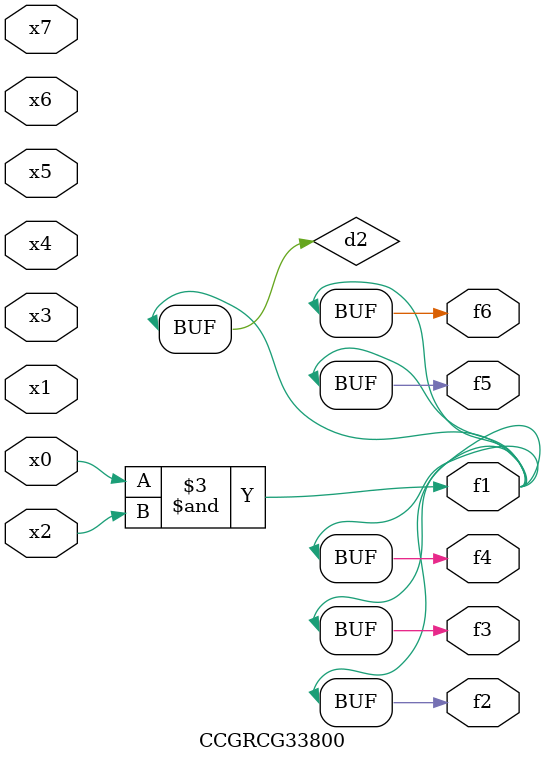
<source format=v>
module CCGRCG33800(
	input x0, x1, x2, x3, x4, x5, x6, x7,
	output f1, f2, f3, f4, f5, f6
);

	wire d1, d2;

	nor (d1, x3, x6);
	and (d2, x0, x2);
	assign f1 = d2;
	assign f2 = d2;
	assign f3 = d2;
	assign f4 = d2;
	assign f5 = d2;
	assign f6 = d2;
endmodule

</source>
